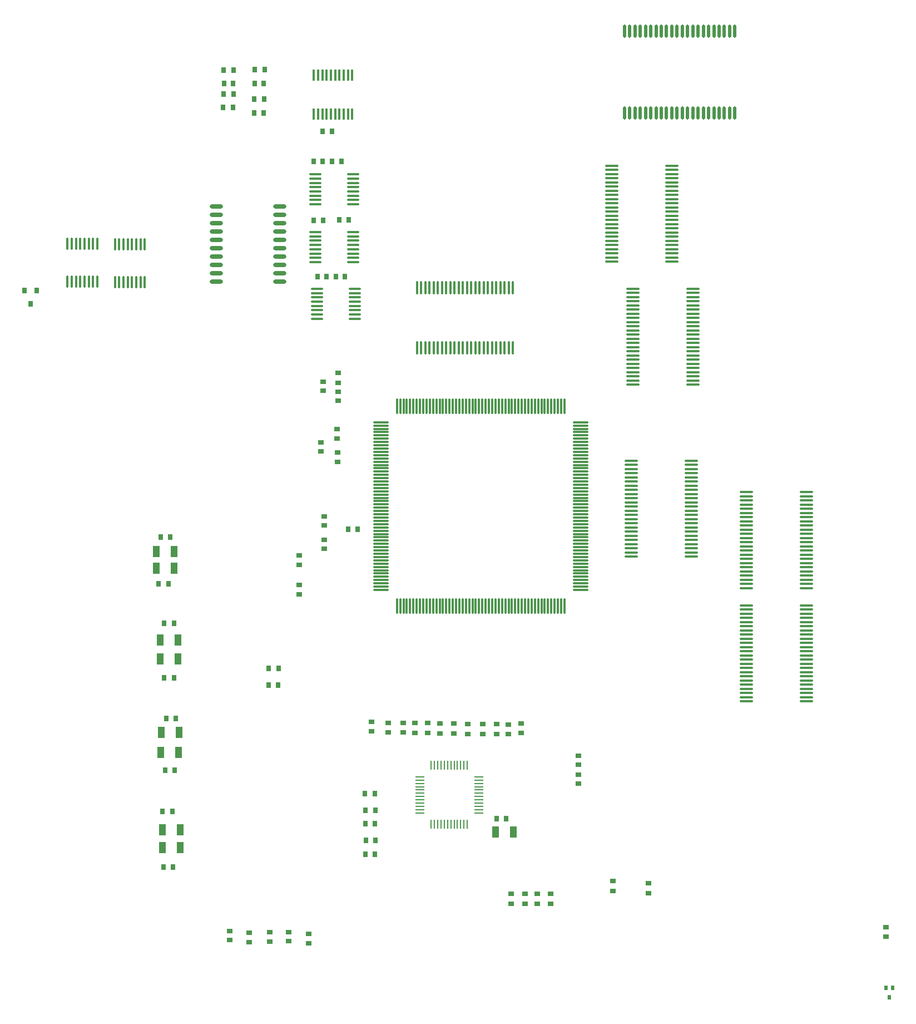
<source format=gtp>
G04 Layer_Color=8421504*
%FSLAX25Y25*%
%MOIN*%
G70*
G01*
G75*
%ADD10O,0.07874X0.01378*%
%ADD11R,0.03543X0.02756*%
%ADD12R,0.03543X0.03150*%
%ADD13O,0.08000X0.02400*%
%ADD14R,0.03150X0.03543*%
%ADD15O,0.01575X0.07087*%
%ADD16R,0.02756X0.03543*%
%ADD17R,0.03150X0.03543*%
%ADD18R,0.02165X0.02953*%
%ADD19O,0.08000X0.01600*%
%ADD20O,0.00984X0.05905*%
%ADD21O,0.05905X0.00984*%
%ADD22O,0.01181X0.09646*%
%ADD23O,0.09646X0.01181*%
%ADD24O,0.02165X0.07874*%
%ADD25O,0.01600X0.08000*%
%ADD26O,0.01378X0.07874*%
%ADD27R,0.04331X0.06693*%
D10*
X216835Y422087D02*
D03*
Y424646D02*
D03*
Y427205D02*
D03*
Y429764D02*
D03*
Y432323D02*
D03*
Y434882D02*
D03*
Y437441D02*
D03*
Y440000D02*
D03*
X194000Y422087D02*
D03*
Y424646D02*
D03*
Y427205D02*
D03*
Y429764D02*
D03*
Y432323D02*
D03*
Y434882D02*
D03*
Y437441D02*
D03*
Y440000D02*
D03*
X215817Y490643D02*
D03*
Y493202D02*
D03*
Y495761D02*
D03*
Y498320D02*
D03*
Y500880D02*
D03*
Y503439D02*
D03*
Y505998D02*
D03*
Y508557D02*
D03*
X192983Y490643D02*
D03*
Y493202D02*
D03*
Y495761D02*
D03*
Y498320D02*
D03*
Y500880D02*
D03*
Y503439D02*
D03*
Y505998D02*
D03*
Y508557D02*
D03*
X215817Y456043D02*
D03*
Y458602D02*
D03*
Y461161D02*
D03*
Y463720D02*
D03*
Y466280D02*
D03*
Y468839D02*
D03*
Y471398D02*
D03*
Y473957D02*
D03*
X192983Y456043D02*
D03*
Y458602D02*
D03*
Y461161D02*
D03*
Y463720D02*
D03*
Y466280D02*
D03*
Y468839D02*
D03*
Y471398D02*
D03*
Y473957D02*
D03*
D11*
X206600Y383647D02*
D03*
Y389553D02*
D03*
X206000Y350247D02*
D03*
Y356153D02*
D03*
X371400Y79294D02*
D03*
Y85200D02*
D03*
X392600Y78094D02*
D03*
Y84000D02*
D03*
X226600Y180753D02*
D03*
Y174847D02*
D03*
X236800Y180153D02*
D03*
Y174247D02*
D03*
X308600Y179153D02*
D03*
Y173247D02*
D03*
X326000Y77706D02*
D03*
Y71800D02*
D03*
X310400Y77506D02*
D03*
Y71600D02*
D03*
X318800Y77706D02*
D03*
Y71800D02*
D03*
X334000Y77506D02*
D03*
Y71600D02*
D03*
X276000Y173647D02*
D03*
Y179553D02*
D03*
X267800D02*
D03*
Y173647D02*
D03*
X260200Y179953D02*
D03*
Y174047D02*
D03*
X252800Y179953D02*
D03*
Y174047D02*
D03*
X245600Y174247D02*
D03*
Y180153D02*
D03*
X301600Y173494D02*
D03*
Y179400D02*
D03*
X284200Y173447D02*
D03*
Y179353D02*
D03*
X293200Y173447D02*
D03*
Y179353D02*
D03*
X316200Y173847D02*
D03*
Y179753D02*
D03*
D12*
X196400Y348156D02*
D03*
Y342644D02*
D03*
X206400Y341956D02*
D03*
Y336444D02*
D03*
X197600Y384356D02*
D03*
Y378844D02*
D03*
X206600Y378400D02*
D03*
Y372888D02*
D03*
X141600Y49844D02*
D03*
Y55356D02*
D03*
X153200Y48688D02*
D03*
Y54200D02*
D03*
X165600Y49044D02*
D03*
Y54556D02*
D03*
X177000Y49244D02*
D03*
Y54756D02*
D03*
X189000Y48044D02*
D03*
Y53556D02*
D03*
X535000Y52088D02*
D03*
Y57600D02*
D03*
X350700Y143544D02*
D03*
Y149056D02*
D03*
Y160356D02*
D03*
Y154844D02*
D03*
X198500Y298244D02*
D03*
Y303756D02*
D03*
X183500Y257000D02*
D03*
Y262512D02*
D03*
Y280256D02*
D03*
Y274744D02*
D03*
X198500Y289756D02*
D03*
Y284244D02*
D03*
D13*
X171800Y474200D02*
D03*
Y479200D02*
D03*
Y484200D02*
D03*
Y489200D02*
D03*
X133800Y444200D02*
D03*
Y449200D02*
D03*
X171800Y464200D02*
D03*
Y469200D02*
D03*
X133800Y454200D02*
D03*
X171800Y459200D02*
D03*
Y454200D02*
D03*
Y449200D02*
D03*
Y444200D02*
D03*
X133800Y459200D02*
D03*
Y464200D02*
D03*
Y469200D02*
D03*
Y474200D02*
D03*
Y479200D02*
D03*
Y484200D02*
D03*
Y489200D02*
D03*
D14*
X213000Y481200D02*
D03*
X207488D02*
D03*
X191844Y516400D02*
D03*
X197356D02*
D03*
X205200Y447400D02*
D03*
X210712D02*
D03*
X192044Y481000D02*
D03*
X197556D02*
D03*
X208556Y516400D02*
D03*
X203044D02*
D03*
X143756Y563000D02*
D03*
X138244D02*
D03*
X156644D02*
D03*
X162156D02*
D03*
X212744Y296000D02*
D03*
X218256D02*
D03*
X194200Y447400D02*
D03*
X199712D02*
D03*
X197444Y534400D02*
D03*
X202956D02*
D03*
X301800Y122600D02*
D03*
X307312D02*
D03*
D15*
X215113Y568000D02*
D03*
X212554D02*
D03*
X192082D02*
D03*
X215113Y544575D02*
D03*
X212554D02*
D03*
X209995D02*
D03*
X207436D02*
D03*
X194641Y568000D02*
D03*
X204877Y544575D02*
D03*
X202318D02*
D03*
X199759D02*
D03*
X197200D02*
D03*
X194641D02*
D03*
X192082D02*
D03*
X197200Y568000D02*
D03*
X199759D02*
D03*
X202318D02*
D03*
X204877D02*
D03*
X207436D02*
D03*
X209995D02*
D03*
D16*
X156247Y545200D02*
D03*
X162153D02*
D03*
X162306Y553800D02*
D03*
X156400D02*
D03*
X137647Y548800D02*
D03*
X143553D02*
D03*
X138047Y556600D02*
D03*
X143953D02*
D03*
Y571000D02*
D03*
X138047D02*
D03*
X162553Y571400D02*
D03*
X156647D02*
D03*
X170753Y202600D02*
D03*
X164847D02*
D03*
X170953Y212600D02*
D03*
X165047D02*
D03*
X99047Y263200D02*
D03*
X104953D02*
D03*
X106153Y291400D02*
D03*
X100247D02*
D03*
X108353Y207000D02*
D03*
X102447D02*
D03*
X108753Y151600D02*
D03*
X102847D02*
D03*
X108200Y239600D02*
D03*
X102294D02*
D03*
X109506Y182800D02*
D03*
X103600D02*
D03*
X101847Y93800D02*
D03*
X107753D02*
D03*
X107353Y127000D02*
D03*
X101447D02*
D03*
X223247Y109600D02*
D03*
X229153D02*
D03*
X222847Y101400D02*
D03*
X228753D02*
D03*
X222847Y119600D02*
D03*
X228753D02*
D03*
X223047Y127800D02*
D03*
X228953D02*
D03*
X222647Y137600D02*
D03*
X228553D02*
D03*
D17*
X26140Y438874D02*
D03*
X18660D02*
D03*
X22400Y431000D02*
D03*
D18*
X535032Y21454D02*
D03*
X537000Y15746D02*
D03*
X538969Y21454D02*
D03*
D19*
X487200Y195400D02*
D03*
Y197900D02*
D03*
Y200400D02*
D03*
Y202900D02*
D03*
Y205400D02*
D03*
Y207900D02*
D03*
Y210400D02*
D03*
Y212900D02*
D03*
Y215400D02*
D03*
Y217900D02*
D03*
Y220400D02*
D03*
Y222900D02*
D03*
Y225400D02*
D03*
Y227900D02*
D03*
Y230400D02*
D03*
Y232900D02*
D03*
Y235400D02*
D03*
Y237900D02*
D03*
Y240400D02*
D03*
Y242900D02*
D03*
Y245400D02*
D03*
Y247900D02*
D03*
Y250400D02*
D03*
X451200D02*
D03*
Y247900D02*
D03*
Y245400D02*
D03*
Y242900D02*
D03*
Y240400D02*
D03*
Y237900D02*
D03*
Y235400D02*
D03*
Y232900D02*
D03*
Y230400D02*
D03*
Y227900D02*
D03*
Y225400D02*
D03*
Y222900D02*
D03*
Y220400D02*
D03*
Y217900D02*
D03*
Y215400D02*
D03*
Y212900D02*
D03*
Y210400D02*
D03*
Y207900D02*
D03*
Y205400D02*
D03*
Y202900D02*
D03*
Y200400D02*
D03*
Y197900D02*
D03*
Y195400D02*
D03*
Y192900D02*
D03*
X487200D02*
D03*
X418500Y279500D02*
D03*
X382500D02*
D03*
Y282000D02*
D03*
Y284500D02*
D03*
Y287000D02*
D03*
Y289500D02*
D03*
Y292000D02*
D03*
Y294500D02*
D03*
Y297000D02*
D03*
Y299500D02*
D03*
Y302000D02*
D03*
Y304500D02*
D03*
Y307000D02*
D03*
Y309500D02*
D03*
Y312000D02*
D03*
Y314500D02*
D03*
Y317000D02*
D03*
Y319500D02*
D03*
Y322000D02*
D03*
Y324500D02*
D03*
Y327000D02*
D03*
Y329500D02*
D03*
Y332000D02*
D03*
Y334500D02*
D03*
Y337000D02*
D03*
X418500D02*
D03*
Y334500D02*
D03*
Y332000D02*
D03*
Y329500D02*
D03*
Y327000D02*
D03*
Y324500D02*
D03*
Y322000D02*
D03*
Y319500D02*
D03*
Y317000D02*
D03*
Y314500D02*
D03*
Y312000D02*
D03*
Y309500D02*
D03*
Y307000D02*
D03*
Y304500D02*
D03*
Y302000D02*
D03*
Y299500D02*
D03*
Y297000D02*
D03*
Y294500D02*
D03*
Y292000D02*
D03*
Y289500D02*
D03*
Y287000D02*
D03*
Y284500D02*
D03*
Y282000D02*
D03*
X419500Y382500D02*
D03*
X383500D02*
D03*
Y385000D02*
D03*
Y387500D02*
D03*
Y390000D02*
D03*
Y392500D02*
D03*
Y395000D02*
D03*
Y397500D02*
D03*
Y400000D02*
D03*
Y402500D02*
D03*
Y405000D02*
D03*
Y407500D02*
D03*
Y410000D02*
D03*
Y412500D02*
D03*
Y415000D02*
D03*
Y417500D02*
D03*
Y420000D02*
D03*
Y422500D02*
D03*
Y425000D02*
D03*
Y427500D02*
D03*
Y430000D02*
D03*
Y432500D02*
D03*
Y435000D02*
D03*
Y437500D02*
D03*
Y440000D02*
D03*
X419500D02*
D03*
Y437500D02*
D03*
Y435000D02*
D03*
Y432500D02*
D03*
Y430000D02*
D03*
Y427500D02*
D03*
Y425000D02*
D03*
Y422500D02*
D03*
Y420000D02*
D03*
Y417500D02*
D03*
Y415000D02*
D03*
Y412500D02*
D03*
Y410000D02*
D03*
Y407500D02*
D03*
Y405000D02*
D03*
Y402500D02*
D03*
Y400000D02*
D03*
Y397500D02*
D03*
Y395000D02*
D03*
Y392500D02*
D03*
Y390000D02*
D03*
Y387500D02*
D03*
Y385000D02*
D03*
X487200Y263300D02*
D03*
Y265800D02*
D03*
Y268300D02*
D03*
Y270800D02*
D03*
Y273300D02*
D03*
Y275800D02*
D03*
Y278300D02*
D03*
Y280800D02*
D03*
Y283300D02*
D03*
Y285800D02*
D03*
Y288300D02*
D03*
Y290800D02*
D03*
Y293300D02*
D03*
Y295800D02*
D03*
Y298300D02*
D03*
Y300800D02*
D03*
Y303300D02*
D03*
Y305800D02*
D03*
Y308300D02*
D03*
Y310800D02*
D03*
Y313300D02*
D03*
Y315800D02*
D03*
Y318300D02*
D03*
X451200D02*
D03*
Y315800D02*
D03*
Y313300D02*
D03*
Y310800D02*
D03*
Y308300D02*
D03*
Y305800D02*
D03*
Y303300D02*
D03*
Y300800D02*
D03*
Y298300D02*
D03*
Y295800D02*
D03*
Y293300D02*
D03*
Y290800D02*
D03*
Y288300D02*
D03*
Y285800D02*
D03*
Y283300D02*
D03*
Y280800D02*
D03*
Y278300D02*
D03*
Y275800D02*
D03*
Y273300D02*
D03*
Y270800D02*
D03*
Y268300D02*
D03*
Y265800D02*
D03*
Y263300D02*
D03*
Y260800D02*
D03*
X487200D02*
D03*
X406600Y458700D02*
D03*
Y461200D02*
D03*
Y463700D02*
D03*
Y466200D02*
D03*
Y468700D02*
D03*
Y471200D02*
D03*
Y473700D02*
D03*
Y476200D02*
D03*
Y478700D02*
D03*
Y481200D02*
D03*
Y483700D02*
D03*
Y486200D02*
D03*
Y488700D02*
D03*
Y491200D02*
D03*
Y493700D02*
D03*
Y496200D02*
D03*
Y498700D02*
D03*
Y501200D02*
D03*
Y503700D02*
D03*
Y506200D02*
D03*
Y508700D02*
D03*
Y511200D02*
D03*
Y513700D02*
D03*
X370600D02*
D03*
Y511200D02*
D03*
Y508700D02*
D03*
Y506200D02*
D03*
Y503700D02*
D03*
Y501200D02*
D03*
Y498700D02*
D03*
Y496200D02*
D03*
Y493700D02*
D03*
Y491200D02*
D03*
Y488700D02*
D03*
Y486200D02*
D03*
Y483700D02*
D03*
Y481200D02*
D03*
Y478700D02*
D03*
Y476200D02*
D03*
Y473700D02*
D03*
Y471200D02*
D03*
Y468700D02*
D03*
Y466200D02*
D03*
Y463700D02*
D03*
Y461200D02*
D03*
Y458700D02*
D03*
Y456200D02*
D03*
X406600D02*
D03*
D20*
X270294Y154600D02*
D03*
X268326D02*
D03*
X266357D02*
D03*
X264389D02*
D03*
X262420D02*
D03*
Y119167D02*
D03*
X272263Y154600D02*
D03*
X274231D02*
D03*
X276200D02*
D03*
X278168D02*
D03*
X280137D02*
D03*
X282105D02*
D03*
X284074D02*
D03*
Y119167D02*
D03*
X282105D02*
D03*
X280137D02*
D03*
X278168D02*
D03*
X276200D02*
D03*
X274231D02*
D03*
X272263D02*
D03*
X270294D02*
D03*
X268326D02*
D03*
X266357D02*
D03*
X264389D02*
D03*
D21*
X255531Y147710D02*
D03*
Y126057D02*
D03*
X290964Y145742D02*
D03*
Y147710D02*
D03*
Y143773D02*
D03*
Y141805D02*
D03*
Y139836D02*
D03*
Y137868D02*
D03*
Y135899D02*
D03*
Y133931D02*
D03*
Y131962D02*
D03*
Y129994D02*
D03*
Y128025D02*
D03*
Y126057D02*
D03*
X255531Y145742D02*
D03*
Y128025D02*
D03*
Y129994D02*
D03*
Y131962D02*
D03*
Y133931D02*
D03*
Y135899D02*
D03*
Y137868D02*
D03*
Y139836D02*
D03*
Y141805D02*
D03*
Y143773D02*
D03*
D22*
X241921Y249941D02*
D03*
X241921Y369823D02*
D03*
X300976Y249941D02*
D03*
X243890Y369823D02*
D03*
X245858D02*
D03*
X247827D02*
D03*
X249795D02*
D03*
X251764D02*
D03*
X253732D02*
D03*
X255701D02*
D03*
X257669D02*
D03*
X259638D02*
D03*
X261606D02*
D03*
X263575D02*
D03*
X265543D02*
D03*
X267512D02*
D03*
X269480D02*
D03*
X271449D02*
D03*
X273417D02*
D03*
X275386D02*
D03*
X277354D02*
D03*
X279323D02*
D03*
X281291D02*
D03*
X283260D02*
D03*
X285228D02*
D03*
X287197D02*
D03*
X289165D02*
D03*
X291134D02*
D03*
X293102D02*
D03*
X295071D02*
D03*
X297039D02*
D03*
X299008D02*
D03*
X300976D02*
D03*
X302945D02*
D03*
X304913D02*
D03*
X306882D02*
D03*
X308850D02*
D03*
X310819D02*
D03*
X312787D02*
D03*
X314756D02*
D03*
X316724D02*
D03*
X318693D02*
D03*
X320661D02*
D03*
X322630D02*
D03*
X324598D02*
D03*
X326567D02*
D03*
X328535D02*
D03*
X330504D02*
D03*
X332473D02*
D03*
X334441D02*
D03*
X336410D02*
D03*
X338378D02*
D03*
X340347D02*
D03*
X342315D02*
D03*
Y249941D02*
D03*
X340347D02*
D03*
X338378D02*
D03*
X336410D02*
D03*
X334441D02*
D03*
X332473D02*
D03*
X330504D02*
D03*
X328535D02*
D03*
X326567D02*
D03*
X324598D02*
D03*
X322630D02*
D03*
X320661D02*
D03*
X318693D02*
D03*
X316724D02*
D03*
X314756D02*
D03*
X312787D02*
D03*
X310819D02*
D03*
X308850D02*
D03*
X306882D02*
D03*
X304913D02*
D03*
X302945D02*
D03*
X299008D02*
D03*
X297039D02*
D03*
X295071D02*
D03*
X293102D02*
D03*
X291134D02*
D03*
X289165D02*
D03*
X287197D02*
D03*
X285228D02*
D03*
X283260D02*
D03*
X281291D02*
D03*
X279323D02*
D03*
X277354D02*
D03*
X275386D02*
D03*
X273417D02*
D03*
X271449D02*
D03*
X269480D02*
D03*
X267512D02*
D03*
X265543D02*
D03*
X263575D02*
D03*
X261606D02*
D03*
X259638D02*
D03*
X257669D02*
D03*
X255701D02*
D03*
X253732D02*
D03*
X251764D02*
D03*
X249795D02*
D03*
X247827D02*
D03*
X245858D02*
D03*
X243890D02*
D03*
D23*
X232177Y304961D02*
D03*
Y259685D02*
D03*
X352059D02*
D03*
Y289213D02*
D03*
Y283307D02*
D03*
X232177Y273465D02*
D03*
Y360079D02*
D03*
X352059D02*
D03*
Y358110D02*
D03*
Y356142D02*
D03*
Y354173D02*
D03*
Y352205D02*
D03*
Y350236D02*
D03*
Y348268D02*
D03*
Y346299D02*
D03*
Y344331D02*
D03*
Y342362D02*
D03*
Y340394D02*
D03*
Y338425D02*
D03*
Y336457D02*
D03*
Y334488D02*
D03*
Y332520D02*
D03*
Y330551D02*
D03*
Y328583D02*
D03*
Y326614D02*
D03*
Y324646D02*
D03*
Y322677D02*
D03*
Y320709D02*
D03*
Y318740D02*
D03*
Y316772D02*
D03*
Y314803D02*
D03*
Y312835D02*
D03*
Y310866D02*
D03*
Y308898D02*
D03*
Y306929D02*
D03*
Y304961D02*
D03*
Y302992D02*
D03*
Y301024D02*
D03*
Y299055D02*
D03*
Y297087D02*
D03*
Y295118D02*
D03*
Y293150D02*
D03*
Y291181D02*
D03*
Y287244D02*
D03*
Y285276D02*
D03*
Y281339D02*
D03*
Y279370D02*
D03*
Y277402D02*
D03*
Y275433D02*
D03*
Y273465D02*
D03*
Y271496D02*
D03*
Y269528D02*
D03*
Y267559D02*
D03*
Y265591D02*
D03*
Y263622D02*
D03*
Y261654D02*
D03*
X232177Y358110D02*
D03*
Y356142D02*
D03*
Y354173D02*
D03*
Y352205D02*
D03*
Y350236D02*
D03*
Y348268D02*
D03*
Y346299D02*
D03*
Y344331D02*
D03*
Y342362D02*
D03*
Y340394D02*
D03*
Y338425D02*
D03*
Y336457D02*
D03*
Y334488D02*
D03*
Y332520D02*
D03*
Y330551D02*
D03*
Y328583D02*
D03*
Y326614D02*
D03*
Y324646D02*
D03*
Y322677D02*
D03*
Y320709D02*
D03*
Y318740D02*
D03*
Y316772D02*
D03*
Y314803D02*
D03*
Y312835D02*
D03*
Y310866D02*
D03*
Y308898D02*
D03*
Y306929D02*
D03*
Y302992D02*
D03*
Y301024D02*
D03*
Y299055D02*
D03*
Y297087D02*
D03*
Y295118D02*
D03*
Y293150D02*
D03*
Y291181D02*
D03*
Y289213D02*
D03*
Y287244D02*
D03*
Y285276D02*
D03*
Y283307D02*
D03*
Y281339D02*
D03*
Y279370D02*
D03*
Y277402D02*
D03*
Y275433D02*
D03*
Y271496D02*
D03*
Y269528D02*
D03*
Y267559D02*
D03*
Y265591D02*
D03*
Y263622D02*
D03*
Y261654D02*
D03*
D24*
X400351Y594408D02*
D03*
X397202D02*
D03*
X394052D02*
D03*
X390902D02*
D03*
X387753D02*
D03*
X384603D02*
D03*
X381454D02*
D03*
X378304D02*
D03*
X444446D02*
D03*
Y545400D02*
D03*
X441296D02*
D03*
X438146D02*
D03*
X434997D02*
D03*
X403501Y594408D02*
D03*
X406650D02*
D03*
X409800D02*
D03*
X412950D02*
D03*
X416099D02*
D03*
X419249D02*
D03*
X422398D02*
D03*
X425548D02*
D03*
X428698D02*
D03*
X431847D02*
D03*
X434997D02*
D03*
X438146D02*
D03*
X441296D02*
D03*
X431847Y545400D02*
D03*
X428698D02*
D03*
X425548D02*
D03*
X422398D02*
D03*
X419249D02*
D03*
X416099D02*
D03*
X412950D02*
D03*
X409800D02*
D03*
X406650D02*
D03*
X403501D02*
D03*
X400351D02*
D03*
X397202D02*
D03*
X394052D02*
D03*
X390902D02*
D03*
X387753D02*
D03*
X384603D02*
D03*
X381454D02*
D03*
X378304D02*
D03*
D25*
X311500Y440500D02*
D03*
Y404500D02*
D03*
X309000D02*
D03*
X306500D02*
D03*
X304000D02*
D03*
X301500D02*
D03*
X299000D02*
D03*
X296500D02*
D03*
X294000D02*
D03*
X291500D02*
D03*
X289000D02*
D03*
X286500D02*
D03*
X284000D02*
D03*
X281500D02*
D03*
X279000D02*
D03*
X276500D02*
D03*
X274000D02*
D03*
X271500D02*
D03*
X269000D02*
D03*
X266500D02*
D03*
X264000D02*
D03*
X261500D02*
D03*
X259000D02*
D03*
X256500D02*
D03*
X254000D02*
D03*
Y440500D02*
D03*
X256500D02*
D03*
X259000D02*
D03*
X261500D02*
D03*
X264000D02*
D03*
X266500D02*
D03*
X269000D02*
D03*
X271500D02*
D03*
X274000D02*
D03*
X276500D02*
D03*
X279000D02*
D03*
X281500D02*
D03*
X284000D02*
D03*
X286500D02*
D03*
X289000D02*
D03*
X291500D02*
D03*
X294000D02*
D03*
X296500D02*
D03*
X299000D02*
D03*
X301500D02*
D03*
X304000D02*
D03*
X306500D02*
D03*
X309000D02*
D03*
D26*
X90757Y466817D02*
D03*
X88198D02*
D03*
X85639D02*
D03*
X83080D02*
D03*
X80520D02*
D03*
X77961D02*
D03*
X75402D02*
D03*
X72843D02*
D03*
X90757Y443983D02*
D03*
X88198D02*
D03*
X85639D02*
D03*
X83080D02*
D03*
X80520D02*
D03*
X77961D02*
D03*
X75402D02*
D03*
X72843D02*
D03*
X44443Y444183D02*
D03*
X47002D02*
D03*
X49561D02*
D03*
X52120D02*
D03*
X54680D02*
D03*
X57239D02*
D03*
X59798D02*
D03*
X62357D02*
D03*
X44443Y467017D02*
D03*
X47002D02*
D03*
X49561D02*
D03*
X52120D02*
D03*
X54680D02*
D03*
X57239D02*
D03*
X59798D02*
D03*
X62357D02*
D03*
D27*
X108315Y282800D02*
D03*
X97685D02*
D03*
X108315Y272600D02*
D03*
X97685D02*
D03*
X112115Y105400D02*
D03*
X101485D02*
D03*
X112115Y116000D02*
D03*
X101485D02*
D03*
X111315Y174400D02*
D03*
X100685D02*
D03*
X111115Y162400D02*
D03*
X100485D02*
D03*
X110715Y218400D02*
D03*
X100085D02*
D03*
X110715Y229600D02*
D03*
X100085D02*
D03*
X301085Y114800D02*
D03*
X311715D02*
D03*
M02*

</source>
